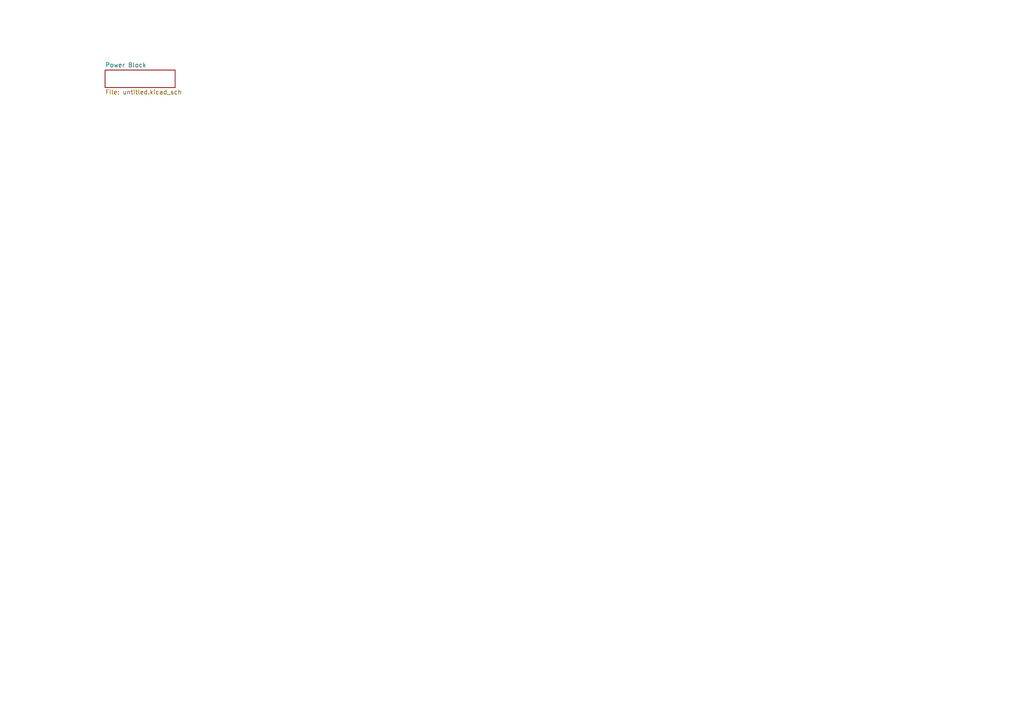
<source format=kicad_sch>
(kicad_sch
	(version 20250114)
	(generator "eeschema")
	(generator_version "9.0")
	(uuid "6b3a4e68-e2a0-4dab-8970-108d001e38d1")
	(paper "A4")
	(lib_symbols)
	(sheet
		(at 30.48 20.32)
		(size 20.32 5.08)
		(exclude_from_sim no)
		(in_bom yes)
		(on_board yes)
		(dnp no)
		(fields_autoplaced yes)
		(stroke
			(width 0.1524)
			(type solid)
		)
		(fill
			(color 0 0 0 0.0000)
		)
		(uuid "71f1db2f-0fa9-4d34-af7d-8e5796314e83")
		(property "Sheetname" "Power Block"
			(at 30.48 19.6084 0)
			(effects
				(font
					(size 1.27 1.27)
				)
				(justify left bottom)
			)
		)
		(property "Sheetfile" "untitled.kicad_sch"
			(at 30.48 25.9846 0)
			(effects
				(font
					(size 1.27 1.27)
				)
				(justify left top)
			)
		)
		(instances
			(project "STM32 RC AUTO"
				(path "/6b3a4e68-e2a0-4dab-8970-108d001e38d1"
					(page "2")
				)
			)
		)
	)
	(sheet_instances
		(path "/"
			(page "1")
		)
	)
	(embedded_fonts no)
)

</source>
